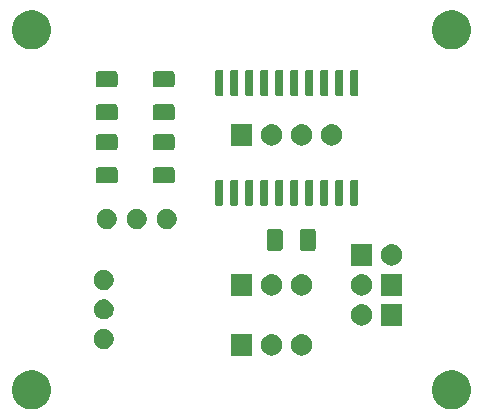
<source format=gbr>
G04 #@! TF.GenerationSoftware,KiCad,Pcbnew,(5.1.5)-3*
G04 #@! TF.CreationDate,2020-07-14T23:55:42-05:00*
G04 #@! TF.ProjectId,VL53L0XSensor,564c3533-4c30-4585-9365-6e736f722e6b,rev?*
G04 #@! TF.SameCoordinates,Original*
G04 #@! TF.FileFunction,Soldermask,Top*
G04 #@! TF.FilePolarity,Negative*
%FSLAX46Y46*%
G04 Gerber Fmt 4.6, Leading zero omitted, Abs format (unit mm)*
G04 Created by KiCad (PCBNEW (5.1.5)-3) date 2020-07-14 23:55:42*
%MOMM*%
%LPD*%
G04 APERTURE LIST*
%ADD10C,0.100000*%
G04 APERTURE END LIST*
D10*
G36*
X152775256Y-89831298D02*
G01*
X152881579Y-89852447D01*
X153182042Y-89976903D01*
X153452451Y-90157585D01*
X153682415Y-90387549D01*
X153863097Y-90657958D01*
X153987553Y-90958421D01*
X154051000Y-91277391D01*
X154051000Y-91602609D01*
X153987553Y-91921579D01*
X153863097Y-92222042D01*
X153682415Y-92492451D01*
X153452451Y-92722415D01*
X153182042Y-92903097D01*
X152881579Y-93027553D01*
X152775256Y-93048702D01*
X152562611Y-93091000D01*
X152237389Y-93091000D01*
X152024744Y-93048702D01*
X151918421Y-93027553D01*
X151617958Y-92903097D01*
X151347549Y-92722415D01*
X151117585Y-92492451D01*
X150936903Y-92222042D01*
X150812447Y-91921579D01*
X150749000Y-91602609D01*
X150749000Y-91277391D01*
X150812447Y-90958421D01*
X150936903Y-90657958D01*
X151117585Y-90387549D01*
X151347549Y-90157585D01*
X151617958Y-89976903D01*
X151918421Y-89852447D01*
X152024744Y-89831298D01*
X152237389Y-89789000D01*
X152562611Y-89789000D01*
X152775256Y-89831298D01*
G37*
G36*
X117215256Y-89831298D02*
G01*
X117321579Y-89852447D01*
X117622042Y-89976903D01*
X117892451Y-90157585D01*
X118122415Y-90387549D01*
X118303097Y-90657958D01*
X118427553Y-90958421D01*
X118491000Y-91277391D01*
X118491000Y-91602609D01*
X118427553Y-91921579D01*
X118303097Y-92222042D01*
X118122415Y-92492451D01*
X117892451Y-92722415D01*
X117622042Y-92903097D01*
X117321579Y-93027553D01*
X117215256Y-93048702D01*
X117002611Y-93091000D01*
X116677389Y-93091000D01*
X116464744Y-93048702D01*
X116358421Y-93027553D01*
X116057958Y-92903097D01*
X115787549Y-92722415D01*
X115557585Y-92492451D01*
X115376903Y-92222042D01*
X115252447Y-91921579D01*
X115189000Y-91602609D01*
X115189000Y-91277391D01*
X115252447Y-90958421D01*
X115376903Y-90657958D01*
X115557585Y-90387549D01*
X115787549Y-90157585D01*
X116057958Y-89976903D01*
X116358421Y-89852447D01*
X116464744Y-89831298D01*
X116677389Y-89789000D01*
X117002611Y-89789000D01*
X117215256Y-89831298D01*
G37*
G36*
X135521000Y-88531000D02*
G01*
X133719000Y-88531000D01*
X133719000Y-86729000D01*
X135521000Y-86729000D01*
X135521000Y-88531000D01*
G37*
G36*
X139813512Y-86733927D02*
G01*
X139962812Y-86763624D01*
X140126784Y-86831544D01*
X140274354Y-86930147D01*
X140399853Y-87055646D01*
X140498456Y-87203216D01*
X140566376Y-87367188D01*
X140601000Y-87541259D01*
X140601000Y-87718741D01*
X140566376Y-87892812D01*
X140498456Y-88056784D01*
X140399853Y-88204354D01*
X140274354Y-88329853D01*
X140126784Y-88428456D01*
X139962812Y-88496376D01*
X139813512Y-88526073D01*
X139788742Y-88531000D01*
X139611258Y-88531000D01*
X139586488Y-88526073D01*
X139437188Y-88496376D01*
X139273216Y-88428456D01*
X139125646Y-88329853D01*
X139000147Y-88204354D01*
X138901544Y-88056784D01*
X138833624Y-87892812D01*
X138799000Y-87718741D01*
X138799000Y-87541259D01*
X138833624Y-87367188D01*
X138901544Y-87203216D01*
X139000147Y-87055646D01*
X139125646Y-86930147D01*
X139273216Y-86831544D01*
X139437188Y-86763624D01*
X139586488Y-86733927D01*
X139611258Y-86729000D01*
X139788742Y-86729000D01*
X139813512Y-86733927D01*
G37*
G36*
X137273512Y-86733927D02*
G01*
X137422812Y-86763624D01*
X137586784Y-86831544D01*
X137734354Y-86930147D01*
X137859853Y-87055646D01*
X137958456Y-87203216D01*
X138026376Y-87367188D01*
X138061000Y-87541259D01*
X138061000Y-87718741D01*
X138026376Y-87892812D01*
X137958456Y-88056784D01*
X137859853Y-88204354D01*
X137734354Y-88329853D01*
X137586784Y-88428456D01*
X137422812Y-88496376D01*
X137273512Y-88526073D01*
X137248742Y-88531000D01*
X137071258Y-88531000D01*
X137046488Y-88526073D01*
X136897188Y-88496376D01*
X136733216Y-88428456D01*
X136585646Y-88329853D01*
X136460147Y-88204354D01*
X136361544Y-88056784D01*
X136293624Y-87892812D01*
X136259000Y-87718741D01*
X136259000Y-87541259D01*
X136293624Y-87367188D01*
X136361544Y-87203216D01*
X136460147Y-87055646D01*
X136585646Y-86930147D01*
X136733216Y-86831544D01*
X136897188Y-86763624D01*
X137046488Y-86733927D01*
X137071258Y-86729000D01*
X137248742Y-86729000D01*
X137273512Y-86733927D01*
G37*
G36*
X123184228Y-86303703D02*
G01*
X123339100Y-86367853D01*
X123478481Y-86460985D01*
X123597015Y-86579519D01*
X123690147Y-86718900D01*
X123754297Y-86873772D01*
X123787000Y-87038184D01*
X123787000Y-87205816D01*
X123754297Y-87370228D01*
X123690147Y-87525100D01*
X123597015Y-87664481D01*
X123478481Y-87783015D01*
X123339100Y-87876147D01*
X123184228Y-87940297D01*
X123019816Y-87973000D01*
X122852184Y-87973000D01*
X122687772Y-87940297D01*
X122532900Y-87876147D01*
X122393519Y-87783015D01*
X122274985Y-87664481D01*
X122181853Y-87525100D01*
X122117703Y-87370228D01*
X122085000Y-87205816D01*
X122085000Y-87038184D01*
X122117703Y-86873772D01*
X122181853Y-86718900D01*
X122274985Y-86579519D01*
X122393519Y-86460985D01*
X122532900Y-86367853D01*
X122687772Y-86303703D01*
X122852184Y-86271000D01*
X123019816Y-86271000D01*
X123184228Y-86303703D01*
G37*
G36*
X144893512Y-84193927D02*
G01*
X145042812Y-84223624D01*
X145206784Y-84291544D01*
X145354354Y-84390147D01*
X145479853Y-84515646D01*
X145578456Y-84663216D01*
X145646376Y-84827188D01*
X145681000Y-85001259D01*
X145681000Y-85178741D01*
X145646376Y-85352812D01*
X145578456Y-85516784D01*
X145479853Y-85664354D01*
X145354354Y-85789853D01*
X145206784Y-85888456D01*
X145042812Y-85956376D01*
X144893512Y-85986073D01*
X144868742Y-85991000D01*
X144691258Y-85991000D01*
X144666488Y-85986073D01*
X144517188Y-85956376D01*
X144353216Y-85888456D01*
X144205646Y-85789853D01*
X144080147Y-85664354D01*
X143981544Y-85516784D01*
X143913624Y-85352812D01*
X143879000Y-85178741D01*
X143879000Y-85001259D01*
X143913624Y-84827188D01*
X143981544Y-84663216D01*
X144080147Y-84515646D01*
X144205646Y-84390147D01*
X144353216Y-84291544D01*
X144517188Y-84223624D01*
X144666488Y-84193927D01*
X144691258Y-84189000D01*
X144868742Y-84189000D01*
X144893512Y-84193927D01*
G37*
G36*
X148221000Y-85991000D02*
G01*
X146419000Y-85991000D01*
X146419000Y-84189000D01*
X148221000Y-84189000D01*
X148221000Y-85991000D01*
G37*
G36*
X123184228Y-83803703D02*
G01*
X123339100Y-83867853D01*
X123478481Y-83960985D01*
X123597015Y-84079519D01*
X123690147Y-84218900D01*
X123754297Y-84373772D01*
X123787000Y-84538184D01*
X123787000Y-84705816D01*
X123754297Y-84870228D01*
X123690147Y-85025100D01*
X123597015Y-85164481D01*
X123478481Y-85283015D01*
X123339100Y-85376147D01*
X123184228Y-85440297D01*
X123019816Y-85473000D01*
X122852184Y-85473000D01*
X122687772Y-85440297D01*
X122532900Y-85376147D01*
X122393519Y-85283015D01*
X122274985Y-85164481D01*
X122181853Y-85025100D01*
X122117703Y-84870228D01*
X122085000Y-84705816D01*
X122085000Y-84538184D01*
X122117703Y-84373772D01*
X122181853Y-84218900D01*
X122274985Y-84079519D01*
X122393519Y-83960985D01*
X122532900Y-83867853D01*
X122687772Y-83803703D01*
X122852184Y-83771000D01*
X123019816Y-83771000D01*
X123184228Y-83803703D01*
G37*
G36*
X135521000Y-83451000D02*
G01*
X133719000Y-83451000D01*
X133719000Y-81649000D01*
X135521000Y-81649000D01*
X135521000Y-83451000D01*
G37*
G36*
X137273512Y-81653927D02*
G01*
X137422812Y-81683624D01*
X137586784Y-81751544D01*
X137734354Y-81850147D01*
X137859853Y-81975646D01*
X137958456Y-82123216D01*
X138026376Y-82287188D01*
X138061000Y-82461259D01*
X138061000Y-82638741D01*
X138026376Y-82812812D01*
X137958456Y-82976784D01*
X137859853Y-83124354D01*
X137734354Y-83249853D01*
X137586784Y-83348456D01*
X137422812Y-83416376D01*
X137273512Y-83446073D01*
X137248742Y-83451000D01*
X137071258Y-83451000D01*
X137046488Y-83446073D01*
X136897188Y-83416376D01*
X136733216Y-83348456D01*
X136585646Y-83249853D01*
X136460147Y-83124354D01*
X136361544Y-82976784D01*
X136293624Y-82812812D01*
X136259000Y-82638741D01*
X136259000Y-82461259D01*
X136293624Y-82287188D01*
X136361544Y-82123216D01*
X136460147Y-81975646D01*
X136585646Y-81850147D01*
X136733216Y-81751544D01*
X136897188Y-81683624D01*
X137046488Y-81653927D01*
X137071258Y-81649000D01*
X137248742Y-81649000D01*
X137273512Y-81653927D01*
G37*
G36*
X139813512Y-81653927D02*
G01*
X139962812Y-81683624D01*
X140126784Y-81751544D01*
X140274354Y-81850147D01*
X140399853Y-81975646D01*
X140498456Y-82123216D01*
X140566376Y-82287188D01*
X140601000Y-82461259D01*
X140601000Y-82638741D01*
X140566376Y-82812812D01*
X140498456Y-82976784D01*
X140399853Y-83124354D01*
X140274354Y-83249853D01*
X140126784Y-83348456D01*
X139962812Y-83416376D01*
X139813512Y-83446073D01*
X139788742Y-83451000D01*
X139611258Y-83451000D01*
X139586488Y-83446073D01*
X139437188Y-83416376D01*
X139273216Y-83348456D01*
X139125646Y-83249853D01*
X139000147Y-83124354D01*
X138901544Y-82976784D01*
X138833624Y-82812812D01*
X138799000Y-82638741D01*
X138799000Y-82461259D01*
X138833624Y-82287188D01*
X138901544Y-82123216D01*
X139000147Y-81975646D01*
X139125646Y-81850147D01*
X139273216Y-81751544D01*
X139437188Y-81683624D01*
X139586488Y-81653927D01*
X139611258Y-81649000D01*
X139788742Y-81649000D01*
X139813512Y-81653927D01*
G37*
G36*
X148221000Y-83451000D02*
G01*
X146419000Y-83451000D01*
X146419000Y-81649000D01*
X148221000Y-81649000D01*
X148221000Y-83451000D01*
G37*
G36*
X144893512Y-81653927D02*
G01*
X145042812Y-81683624D01*
X145206784Y-81751544D01*
X145354354Y-81850147D01*
X145479853Y-81975646D01*
X145578456Y-82123216D01*
X145646376Y-82287188D01*
X145681000Y-82461259D01*
X145681000Y-82638741D01*
X145646376Y-82812812D01*
X145578456Y-82976784D01*
X145479853Y-83124354D01*
X145354354Y-83249853D01*
X145206784Y-83348456D01*
X145042812Y-83416376D01*
X144893512Y-83446073D01*
X144868742Y-83451000D01*
X144691258Y-83451000D01*
X144666488Y-83446073D01*
X144517188Y-83416376D01*
X144353216Y-83348456D01*
X144205646Y-83249853D01*
X144080147Y-83124354D01*
X143981544Y-82976784D01*
X143913624Y-82812812D01*
X143879000Y-82638741D01*
X143879000Y-82461259D01*
X143913624Y-82287188D01*
X143981544Y-82123216D01*
X144080147Y-81975646D01*
X144205646Y-81850147D01*
X144353216Y-81751544D01*
X144517188Y-81683624D01*
X144666488Y-81653927D01*
X144691258Y-81649000D01*
X144868742Y-81649000D01*
X144893512Y-81653927D01*
G37*
G36*
X123184228Y-81303703D02*
G01*
X123339100Y-81367853D01*
X123478481Y-81460985D01*
X123597015Y-81579519D01*
X123690147Y-81718900D01*
X123754297Y-81873772D01*
X123787000Y-82038184D01*
X123787000Y-82205816D01*
X123754297Y-82370228D01*
X123690147Y-82525100D01*
X123597015Y-82664481D01*
X123478481Y-82783015D01*
X123339100Y-82876147D01*
X123184228Y-82940297D01*
X123019816Y-82973000D01*
X122852184Y-82973000D01*
X122687772Y-82940297D01*
X122532900Y-82876147D01*
X122393519Y-82783015D01*
X122274985Y-82664481D01*
X122181853Y-82525100D01*
X122117703Y-82370228D01*
X122085000Y-82205816D01*
X122085000Y-82038184D01*
X122117703Y-81873772D01*
X122181853Y-81718900D01*
X122274985Y-81579519D01*
X122393519Y-81460985D01*
X122532900Y-81367853D01*
X122687772Y-81303703D01*
X122852184Y-81271000D01*
X123019816Y-81271000D01*
X123184228Y-81303703D01*
G37*
G36*
X147433512Y-79113927D02*
G01*
X147582812Y-79143624D01*
X147746784Y-79211544D01*
X147894354Y-79310147D01*
X148019853Y-79435646D01*
X148118456Y-79583216D01*
X148186376Y-79747188D01*
X148221000Y-79921259D01*
X148221000Y-80098741D01*
X148186376Y-80272812D01*
X148118456Y-80436784D01*
X148019853Y-80584354D01*
X147894354Y-80709853D01*
X147746784Y-80808456D01*
X147582812Y-80876376D01*
X147433512Y-80906073D01*
X147408742Y-80911000D01*
X147231258Y-80911000D01*
X147206488Y-80906073D01*
X147057188Y-80876376D01*
X146893216Y-80808456D01*
X146745646Y-80709853D01*
X146620147Y-80584354D01*
X146521544Y-80436784D01*
X146453624Y-80272812D01*
X146419000Y-80098741D01*
X146419000Y-79921259D01*
X146453624Y-79747188D01*
X146521544Y-79583216D01*
X146620147Y-79435646D01*
X146745646Y-79310147D01*
X146893216Y-79211544D01*
X147057188Y-79143624D01*
X147206488Y-79113927D01*
X147231258Y-79109000D01*
X147408742Y-79109000D01*
X147433512Y-79113927D01*
G37*
G36*
X145681000Y-80911000D02*
G01*
X143879000Y-80911000D01*
X143879000Y-79109000D01*
X145681000Y-79109000D01*
X145681000Y-80911000D01*
G37*
G36*
X137926604Y-77818347D02*
G01*
X137963144Y-77829432D01*
X137996821Y-77847433D01*
X138026341Y-77871659D01*
X138050567Y-77901179D01*
X138068568Y-77934856D01*
X138079653Y-77971396D01*
X138084000Y-78015538D01*
X138084000Y-79464462D01*
X138079653Y-79508604D01*
X138068568Y-79545144D01*
X138050567Y-79578821D01*
X138026341Y-79608341D01*
X137996821Y-79632567D01*
X137963144Y-79650568D01*
X137926604Y-79661653D01*
X137882462Y-79666000D01*
X136933538Y-79666000D01*
X136889396Y-79661653D01*
X136852856Y-79650568D01*
X136819179Y-79632567D01*
X136789659Y-79608341D01*
X136765433Y-79578821D01*
X136747432Y-79545144D01*
X136736347Y-79508604D01*
X136732000Y-79464462D01*
X136732000Y-78015538D01*
X136736347Y-77971396D01*
X136747432Y-77934856D01*
X136765433Y-77901179D01*
X136789659Y-77871659D01*
X136819179Y-77847433D01*
X136852856Y-77829432D01*
X136889396Y-77818347D01*
X136933538Y-77814000D01*
X137882462Y-77814000D01*
X137926604Y-77818347D01*
G37*
G36*
X140726604Y-77818347D02*
G01*
X140763144Y-77829432D01*
X140796821Y-77847433D01*
X140826341Y-77871659D01*
X140850567Y-77901179D01*
X140868568Y-77934856D01*
X140879653Y-77971396D01*
X140884000Y-78015538D01*
X140884000Y-79464462D01*
X140879653Y-79508604D01*
X140868568Y-79545144D01*
X140850567Y-79578821D01*
X140826341Y-79608341D01*
X140796821Y-79632567D01*
X140763144Y-79650568D01*
X140726604Y-79661653D01*
X140682462Y-79666000D01*
X139733538Y-79666000D01*
X139689396Y-79661653D01*
X139652856Y-79650568D01*
X139619179Y-79632567D01*
X139589659Y-79608341D01*
X139565433Y-79578821D01*
X139547432Y-79545144D01*
X139536347Y-79508604D01*
X139532000Y-79464462D01*
X139532000Y-78015538D01*
X139536347Y-77971396D01*
X139547432Y-77934856D01*
X139565433Y-77901179D01*
X139589659Y-77871659D01*
X139619179Y-77847433D01*
X139652856Y-77829432D01*
X139689396Y-77818347D01*
X139733538Y-77814000D01*
X140682462Y-77814000D01*
X140726604Y-77818347D01*
G37*
G36*
X128518228Y-76143703D02*
G01*
X128673100Y-76207853D01*
X128812481Y-76300985D01*
X128931015Y-76419519D01*
X129024147Y-76558900D01*
X129088297Y-76713772D01*
X129121000Y-76878184D01*
X129121000Y-77045816D01*
X129088297Y-77210228D01*
X129024147Y-77365100D01*
X128931015Y-77504481D01*
X128812481Y-77623015D01*
X128673100Y-77716147D01*
X128518228Y-77780297D01*
X128353816Y-77813000D01*
X128186184Y-77813000D01*
X128021772Y-77780297D01*
X127866900Y-77716147D01*
X127727519Y-77623015D01*
X127608985Y-77504481D01*
X127515853Y-77365100D01*
X127451703Y-77210228D01*
X127419000Y-77045816D01*
X127419000Y-76878184D01*
X127451703Y-76713772D01*
X127515853Y-76558900D01*
X127608985Y-76419519D01*
X127727519Y-76300985D01*
X127866900Y-76207853D01*
X128021772Y-76143703D01*
X128186184Y-76111000D01*
X128353816Y-76111000D01*
X128518228Y-76143703D01*
G37*
G36*
X125978228Y-76143703D02*
G01*
X126133100Y-76207853D01*
X126272481Y-76300985D01*
X126391015Y-76419519D01*
X126484147Y-76558900D01*
X126548297Y-76713772D01*
X126581000Y-76878184D01*
X126581000Y-77045816D01*
X126548297Y-77210228D01*
X126484147Y-77365100D01*
X126391015Y-77504481D01*
X126272481Y-77623015D01*
X126133100Y-77716147D01*
X125978228Y-77780297D01*
X125813816Y-77813000D01*
X125646184Y-77813000D01*
X125481772Y-77780297D01*
X125326900Y-77716147D01*
X125187519Y-77623015D01*
X125068985Y-77504481D01*
X124975853Y-77365100D01*
X124911703Y-77210228D01*
X124879000Y-77045816D01*
X124879000Y-76878184D01*
X124911703Y-76713772D01*
X124975853Y-76558900D01*
X125068985Y-76419519D01*
X125187519Y-76300985D01*
X125326900Y-76207853D01*
X125481772Y-76143703D01*
X125646184Y-76111000D01*
X125813816Y-76111000D01*
X125978228Y-76143703D01*
G37*
G36*
X123438228Y-76143703D02*
G01*
X123593100Y-76207853D01*
X123732481Y-76300985D01*
X123851015Y-76419519D01*
X123944147Y-76558900D01*
X124008297Y-76713772D01*
X124041000Y-76878184D01*
X124041000Y-77045816D01*
X124008297Y-77210228D01*
X123944147Y-77365100D01*
X123851015Y-77504481D01*
X123732481Y-77623015D01*
X123593100Y-77716147D01*
X123438228Y-77780297D01*
X123273816Y-77813000D01*
X123106184Y-77813000D01*
X122941772Y-77780297D01*
X122786900Y-77716147D01*
X122647519Y-77623015D01*
X122528985Y-77504481D01*
X122435853Y-77365100D01*
X122371703Y-77210228D01*
X122339000Y-77045816D01*
X122339000Y-76878184D01*
X122371703Y-76713772D01*
X122435853Y-76558900D01*
X122528985Y-76419519D01*
X122647519Y-76300985D01*
X122786900Y-76207853D01*
X122941772Y-76143703D01*
X123106184Y-76111000D01*
X123273816Y-76111000D01*
X123438228Y-76143703D01*
G37*
G36*
X139324928Y-73680764D02*
G01*
X139346009Y-73687160D01*
X139365445Y-73697548D01*
X139382476Y-73711524D01*
X139396452Y-73728555D01*
X139406840Y-73747991D01*
X139413236Y-73769072D01*
X139416000Y-73797140D01*
X139416000Y-75710860D01*
X139413236Y-75738928D01*
X139406840Y-75760009D01*
X139396452Y-75779445D01*
X139382476Y-75796476D01*
X139365445Y-75810452D01*
X139346009Y-75820840D01*
X139324928Y-75827236D01*
X139296860Y-75830000D01*
X138833140Y-75830000D01*
X138805072Y-75827236D01*
X138783991Y-75820840D01*
X138764555Y-75810452D01*
X138747524Y-75796476D01*
X138733548Y-75779445D01*
X138723160Y-75760009D01*
X138716764Y-75738928D01*
X138714000Y-75710860D01*
X138714000Y-73797140D01*
X138716764Y-73769072D01*
X138723160Y-73747991D01*
X138733548Y-73728555D01*
X138747524Y-73711524D01*
X138764555Y-73697548D01*
X138783991Y-73687160D01*
X138805072Y-73680764D01*
X138833140Y-73678000D01*
X139296860Y-73678000D01*
X139324928Y-73680764D01*
G37*
G36*
X144404928Y-73680764D02*
G01*
X144426009Y-73687160D01*
X144445445Y-73697548D01*
X144462476Y-73711524D01*
X144476452Y-73728555D01*
X144486840Y-73747991D01*
X144493236Y-73769072D01*
X144496000Y-73797140D01*
X144496000Y-75710860D01*
X144493236Y-75738928D01*
X144486840Y-75760009D01*
X144476452Y-75779445D01*
X144462476Y-75796476D01*
X144445445Y-75810452D01*
X144426009Y-75820840D01*
X144404928Y-75827236D01*
X144376860Y-75830000D01*
X143913140Y-75830000D01*
X143885072Y-75827236D01*
X143863991Y-75820840D01*
X143844555Y-75810452D01*
X143827524Y-75796476D01*
X143813548Y-75779445D01*
X143803160Y-75760009D01*
X143796764Y-75738928D01*
X143794000Y-75710860D01*
X143794000Y-73797140D01*
X143796764Y-73769072D01*
X143803160Y-73747991D01*
X143813548Y-73728555D01*
X143827524Y-73711524D01*
X143844555Y-73697548D01*
X143863991Y-73687160D01*
X143885072Y-73680764D01*
X143913140Y-73678000D01*
X144376860Y-73678000D01*
X144404928Y-73680764D01*
G37*
G36*
X143134928Y-73680764D02*
G01*
X143156009Y-73687160D01*
X143175445Y-73697548D01*
X143192476Y-73711524D01*
X143206452Y-73728555D01*
X143216840Y-73747991D01*
X143223236Y-73769072D01*
X143226000Y-73797140D01*
X143226000Y-75710860D01*
X143223236Y-75738928D01*
X143216840Y-75760009D01*
X143206452Y-75779445D01*
X143192476Y-75796476D01*
X143175445Y-75810452D01*
X143156009Y-75820840D01*
X143134928Y-75827236D01*
X143106860Y-75830000D01*
X142643140Y-75830000D01*
X142615072Y-75827236D01*
X142593991Y-75820840D01*
X142574555Y-75810452D01*
X142557524Y-75796476D01*
X142543548Y-75779445D01*
X142533160Y-75760009D01*
X142526764Y-75738928D01*
X142524000Y-75710860D01*
X142524000Y-73797140D01*
X142526764Y-73769072D01*
X142533160Y-73747991D01*
X142543548Y-73728555D01*
X142557524Y-73711524D01*
X142574555Y-73697548D01*
X142593991Y-73687160D01*
X142615072Y-73680764D01*
X142643140Y-73678000D01*
X143106860Y-73678000D01*
X143134928Y-73680764D01*
G37*
G36*
X140594928Y-73680764D02*
G01*
X140616009Y-73687160D01*
X140635445Y-73697548D01*
X140652476Y-73711524D01*
X140666452Y-73728555D01*
X140676840Y-73747991D01*
X140683236Y-73769072D01*
X140686000Y-73797140D01*
X140686000Y-75710860D01*
X140683236Y-75738928D01*
X140676840Y-75760009D01*
X140666452Y-75779445D01*
X140652476Y-75796476D01*
X140635445Y-75810452D01*
X140616009Y-75820840D01*
X140594928Y-75827236D01*
X140566860Y-75830000D01*
X140103140Y-75830000D01*
X140075072Y-75827236D01*
X140053991Y-75820840D01*
X140034555Y-75810452D01*
X140017524Y-75796476D01*
X140003548Y-75779445D01*
X139993160Y-75760009D01*
X139986764Y-75738928D01*
X139984000Y-75710860D01*
X139984000Y-73797140D01*
X139986764Y-73769072D01*
X139993160Y-73747991D01*
X140003548Y-73728555D01*
X140017524Y-73711524D01*
X140034555Y-73697548D01*
X140053991Y-73687160D01*
X140075072Y-73680764D01*
X140103140Y-73678000D01*
X140566860Y-73678000D01*
X140594928Y-73680764D01*
G37*
G36*
X136784928Y-73680764D02*
G01*
X136806009Y-73687160D01*
X136825445Y-73697548D01*
X136842476Y-73711524D01*
X136856452Y-73728555D01*
X136866840Y-73747991D01*
X136873236Y-73769072D01*
X136876000Y-73797140D01*
X136876000Y-75710860D01*
X136873236Y-75738928D01*
X136866840Y-75760009D01*
X136856452Y-75779445D01*
X136842476Y-75796476D01*
X136825445Y-75810452D01*
X136806009Y-75820840D01*
X136784928Y-75827236D01*
X136756860Y-75830000D01*
X136293140Y-75830000D01*
X136265072Y-75827236D01*
X136243991Y-75820840D01*
X136224555Y-75810452D01*
X136207524Y-75796476D01*
X136193548Y-75779445D01*
X136183160Y-75760009D01*
X136176764Y-75738928D01*
X136174000Y-75710860D01*
X136174000Y-73797140D01*
X136176764Y-73769072D01*
X136183160Y-73747991D01*
X136193548Y-73728555D01*
X136207524Y-73711524D01*
X136224555Y-73697548D01*
X136243991Y-73687160D01*
X136265072Y-73680764D01*
X136293140Y-73678000D01*
X136756860Y-73678000D01*
X136784928Y-73680764D01*
G37*
G36*
X141864928Y-73680764D02*
G01*
X141886009Y-73687160D01*
X141905445Y-73697548D01*
X141922476Y-73711524D01*
X141936452Y-73728555D01*
X141946840Y-73747991D01*
X141953236Y-73769072D01*
X141956000Y-73797140D01*
X141956000Y-75710860D01*
X141953236Y-75738928D01*
X141946840Y-75760009D01*
X141936452Y-75779445D01*
X141922476Y-75796476D01*
X141905445Y-75810452D01*
X141886009Y-75820840D01*
X141864928Y-75827236D01*
X141836860Y-75830000D01*
X141373140Y-75830000D01*
X141345072Y-75827236D01*
X141323991Y-75820840D01*
X141304555Y-75810452D01*
X141287524Y-75796476D01*
X141273548Y-75779445D01*
X141263160Y-75760009D01*
X141256764Y-75738928D01*
X141254000Y-75710860D01*
X141254000Y-73797140D01*
X141256764Y-73769072D01*
X141263160Y-73747991D01*
X141273548Y-73728555D01*
X141287524Y-73711524D01*
X141304555Y-73697548D01*
X141323991Y-73687160D01*
X141345072Y-73680764D01*
X141373140Y-73678000D01*
X141836860Y-73678000D01*
X141864928Y-73680764D01*
G37*
G36*
X134244928Y-73680764D02*
G01*
X134266009Y-73687160D01*
X134285445Y-73697548D01*
X134302476Y-73711524D01*
X134316452Y-73728555D01*
X134326840Y-73747991D01*
X134333236Y-73769072D01*
X134336000Y-73797140D01*
X134336000Y-75710860D01*
X134333236Y-75738928D01*
X134326840Y-75760009D01*
X134316452Y-75779445D01*
X134302476Y-75796476D01*
X134285445Y-75810452D01*
X134266009Y-75820840D01*
X134244928Y-75827236D01*
X134216860Y-75830000D01*
X133753140Y-75830000D01*
X133725072Y-75827236D01*
X133703991Y-75820840D01*
X133684555Y-75810452D01*
X133667524Y-75796476D01*
X133653548Y-75779445D01*
X133643160Y-75760009D01*
X133636764Y-75738928D01*
X133634000Y-75710860D01*
X133634000Y-73797140D01*
X133636764Y-73769072D01*
X133643160Y-73747991D01*
X133653548Y-73728555D01*
X133667524Y-73711524D01*
X133684555Y-73697548D01*
X133703991Y-73687160D01*
X133725072Y-73680764D01*
X133753140Y-73678000D01*
X134216860Y-73678000D01*
X134244928Y-73680764D01*
G37*
G36*
X132974928Y-73680764D02*
G01*
X132996009Y-73687160D01*
X133015445Y-73697548D01*
X133032476Y-73711524D01*
X133046452Y-73728555D01*
X133056840Y-73747991D01*
X133063236Y-73769072D01*
X133066000Y-73797140D01*
X133066000Y-75710860D01*
X133063236Y-75738928D01*
X133056840Y-75760009D01*
X133046452Y-75779445D01*
X133032476Y-75796476D01*
X133015445Y-75810452D01*
X132996009Y-75820840D01*
X132974928Y-75827236D01*
X132946860Y-75830000D01*
X132483140Y-75830000D01*
X132455072Y-75827236D01*
X132433991Y-75820840D01*
X132414555Y-75810452D01*
X132397524Y-75796476D01*
X132383548Y-75779445D01*
X132373160Y-75760009D01*
X132366764Y-75738928D01*
X132364000Y-75710860D01*
X132364000Y-73797140D01*
X132366764Y-73769072D01*
X132373160Y-73747991D01*
X132383548Y-73728555D01*
X132397524Y-73711524D01*
X132414555Y-73697548D01*
X132433991Y-73687160D01*
X132455072Y-73680764D01*
X132483140Y-73678000D01*
X132946860Y-73678000D01*
X132974928Y-73680764D01*
G37*
G36*
X138054928Y-73680764D02*
G01*
X138076009Y-73687160D01*
X138095445Y-73697548D01*
X138112476Y-73711524D01*
X138126452Y-73728555D01*
X138136840Y-73747991D01*
X138143236Y-73769072D01*
X138146000Y-73797140D01*
X138146000Y-75710860D01*
X138143236Y-75738928D01*
X138136840Y-75760009D01*
X138126452Y-75779445D01*
X138112476Y-75796476D01*
X138095445Y-75810452D01*
X138076009Y-75820840D01*
X138054928Y-75827236D01*
X138026860Y-75830000D01*
X137563140Y-75830000D01*
X137535072Y-75827236D01*
X137513991Y-75820840D01*
X137494555Y-75810452D01*
X137477524Y-75796476D01*
X137463548Y-75779445D01*
X137453160Y-75760009D01*
X137446764Y-75738928D01*
X137444000Y-75710860D01*
X137444000Y-73797140D01*
X137446764Y-73769072D01*
X137453160Y-73747991D01*
X137463548Y-73728555D01*
X137477524Y-73711524D01*
X137494555Y-73697548D01*
X137513991Y-73687160D01*
X137535072Y-73680764D01*
X137563140Y-73678000D01*
X138026860Y-73678000D01*
X138054928Y-73680764D01*
G37*
G36*
X135514928Y-73680764D02*
G01*
X135536009Y-73687160D01*
X135555445Y-73697548D01*
X135572476Y-73711524D01*
X135586452Y-73728555D01*
X135596840Y-73747991D01*
X135603236Y-73769072D01*
X135606000Y-73797140D01*
X135606000Y-75710860D01*
X135603236Y-75738928D01*
X135596840Y-75760009D01*
X135586452Y-75779445D01*
X135572476Y-75796476D01*
X135555445Y-75810452D01*
X135536009Y-75820840D01*
X135514928Y-75827236D01*
X135486860Y-75830000D01*
X135023140Y-75830000D01*
X134995072Y-75827236D01*
X134973991Y-75820840D01*
X134954555Y-75810452D01*
X134937524Y-75796476D01*
X134923548Y-75779445D01*
X134913160Y-75760009D01*
X134906764Y-75738928D01*
X134904000Y-75710860D01*
X134904000Y-73797140D01*
X134906764Y-73769072D01*
X134913160Y-73747991D01*
X134923548Y-73728555D01*
X134937524Y-73711524D01*
X134954555Y-73697548D01*
X134973991Y-73687160D01*
X134995072Y-73680764D01*
X135023140Y-73678000D01*
X135486860Y-73678000D01*
X135514928Y-73680764D01*
G37*
G36*
X123958604Y-72610347D02*
G01*
X123995144Y-72621432D01*
X124028821Y-72639433D01*
X124058341Y-72663659D01*
X124082567Y-72693179D01*
X124100568Y-72726856D01*
X124111653Y-72763396D01*
X124116000Y-72807538D01*
X124116000Y-73756462D01*
X124111653Y-73800604D01*
X124100568Y-73837144D01*
X124082567Y-73870821D01*
X124058341Y-73900341D01*
X124028821Y-73924567D01*
X123995144Y-73942568D01*
X123958604Y-73953653D01*
X123914462Y-73958000D01*
X122465538Y-73958000D01*
X122421396Y-73953653D01*
X122384856Y-73942568D01*
X122351179Y-73924567D01*
X122321659Y-73900341D01*
X122297433Y-73870821D01*
X122279432Y-73837144D01*
X122268347Y-73800604D01*
X122264000Y-73756462D01*
X122264000Y-72807538D01*
X122268347Y-72763396D01*
X122279432Y-72726856D01*
X122297433Y-72693179D01*
X122321659Y-72663659D01*
X122351179Y-72639433D01*
X122384856Y-72621432D01*
X122421396Y-72610347D01*
X122465538Y-72606000D01*
X123914462Y-72606000D01*
X123958604Y-72610347D01*
G37*
G36*
X128784604Y-72610347D02*
G01*
X128821144Y-72621432D01*
X128854821Y-72639433D01*
X128884341Y-72663659D01*
X128908567Y-72693179D01*
X128926568Y-72726856D01*
X128937653Y-72763396D01*
X128942000Y-72807538D01*
X128942000Y-73756462D01*
X128937653Y-73800604D01*
X128926568Y-73837144D01*
X128908567Y-73870821D01*
X128884341Y-73900341D01*
X128854821Y-73924567D01*
X128821144Y-73942568D01*
X128784604Y-73953653D01*
X128740462Y-73958000D01*
X127291538Y-73958000D01*
X127247396Y-73953653D01*
X127210856Y-73942568D01*
X127177179Y-73924567D01*
X127147659Y-73900341D01*
X127123433Y-73870821D01*
X127105432Y-73837144D01*
X127094347Y-73800604D01*
X127090000Y-73756462D01*
X127090000Y-72807538D01*
X127094347Y-72763396D01*
X127105432Y-72726856D01*
X127123433Y-72693179D01*
X127147659Y-72663659D01*
X127177179Y-72639433D01*
X127210856Y-72621432D01*
X127247396Y-72610347D01*
X127291538Y-72606000D01*
X128740462Y-72606000D01*
X128784604Y-72610347D01*
G37*
G36*
X128784604Y-69810347D02*
G01*
X128821144Y-69821432D01*
X128854821Y-69839433D01*
X128884341Y-69863659D01*
X128908567Y-69893179D01*
X128926568Y-69926856D01*
X128937653Y-69963396D01*
X128942000Y-70007538D01*
X128942000Y-70956462D01*
X128937653Y-71000604D01*
X128926568Y-71037144D01*
X128908567Y-71070821D01*
X128884341Y-71100341D01*
X128854821Y-71124567D01*
X128821144Y-71142568D01*
X128784604Y-71153653D01*
X128740462Y-71158000D01*
X127291538Y-71158000D01*
X127247396Y-71153653D01*
X127210856Y-71142568D01*
X127177179Y-71124567D01*
X127147659Y-71100341D01*
X127123433Y-71070821D01*
X127105432Y-71037144D01*
X127094347Y-71000604D01*
X127090000Y-70956462D01*
X127090000Y-70007538D01*
X127094347Y-69963396D01*
X127105432Y-69926856D01*
X127123433Y-69893179D01*
X127147659Y-69863659D01*
X127177179Y-69839433D01*
X127210856Y-69821432D01*
X127247396Y-69810347D01*
X127291538Y-69806000D01*
X128740462Y-69806000D01*
X128784604Y-69810347D01*
G37*
G36*
X123958604Y-69810347D02*
G01*
X123995144Y-69821432D01*
X124028821Y-69839433D01*
X124058341Y-69863659D01*
X124082567Y-69893179D01*
X124100568Y-69926856D01*
X124111653Y-69963396D01*
X124116000Y-70007538D01*
X124116000Y-70956462D01*
X124111653Y-71000604D01*
X124100568Y-71037144D01*
X124082567Y-71070821D01*
X124058341Y-71100341D01*
X124028821Y-71124567D01*
X123995144Y-71142568D01*
X123958604Y-71153653D01*
X123914462Y-71158000D01*
X122465538Y-71158000D01*
X122421396Y-71153653D01*
X122384856Y-71142568D01*
X122351179Y-71124567D01*
X122321659Y-71100341D01*
X122297433Y-71070821D01*
X122279432Y-71037144D01*
X122268347Y-71000604D01*
X122264000Y-70956462D01*
X122264000Y-70007538D01*
X122268347Y-69963396D01*
X122279432Y-69926856D01*
X122297433Y-69893179D01*
X122321659Y-69863659D01*
X122351179Y-69839433D01*
X122384856Y-69821432D01*
X122421396Y-69810347D01*
X122465538Y-69806000D01*
X123914462Y-69806000D01*
X123958604Y-69810347D01*
G37*
G36*
X135521000Y-70751000D02*
G01*
X133719000Y-70751000D01*
X133719000Y-68949000D01*
X135521000Y-68949000D01*
X135521000Y-70751000D01*
G37*
G36*
X137273512Y-68953927D02*
G01*
X137422812Y-68983624D01*
X137586784Y-69051544D01*
X137734354Y-69150147D01*
X137859853Y-69275646D01*
X137958456Y-69423216D01*
X138026376Y-69587188D01*
X138061000Y-69761259D01*
X138061000Y-69938741D01*
X138026376Y-70112812D01*
X137958456Y-70276784D01*
X137859853Y-70424354D01*
X137734354Y-70549853D01*
X137586784Y-70648456D01*
X137422812Y-70716376D01*
X137273512Y-70746073D01*
X137248742Y-70751000D01*
X137071258Y-70751000D01*
X137046488Y-70746073D01*
X136897188Y-70716376D01*
X136733216Y-70648456D01*
X136585646Y-70549853D01*
X136460147Y-70424354D01*
X136361544Y-70276784D01*
X136293624Y-70112812D01*
X136259000Y-69938741D01*
X136259000Y-69761259D01*
X136293624Y-69587188D01*
X136361544Y-69423216D01*
X136460147Y-69275646D01*
X136585646Y-69150147D01*
X136733216Y-69051544D01*
X136897188Y-68983624D01*
X137046488Y-68953927D01*
X137071258Y-68949000D01*
X137248742Y-68949000D01*
X137273512Y-68953927D01*
G37*
G36*
X139813512Y-68953927D02*
G01*
X139962812Y-68983624D01*
X140126784Y-69051544D01*
X140274354Y-69150147D01*
X140399853Y-69275646D01*
X140498456Y-69423216D01*
X140566376Y-69587188D01*
X140601000Y-69761259D01*
X140601000Y-69938741D01*
X140566376Y-70112812D01*
X140498456Y-70276784D01*
X140399853Y-70424354D01*
X140274354Y-70549853D01*
X140126784Y-70648456D01*
X139962812Y-70716376D01*
X139813512Y-70746073D01*
X139788742Y-70751000D01*
X139611258Y-70751000D01*
X139586488Y-70746073D01*
X139437188Y-70716376D01*
X139273216Y-70648456D01*
X139125646Y-70549853D01*
X139000147Y-70424354D01*
X138901544Y-70276784D01*
X138833624Y-70112812D01*
X138799000Y-69938741D01*
X138799000Y-69761259D01*
X138833624Y-69587188D01*
X138901544Y-69423216D01*
X139000147Y-69275646D01*
X139125646Y-69150147D01*
X139273216Y-69051544D01*
X139437188Y-68983624D01*
X139586488Y-68953927D01*
X139611258Y-68949000D01*
X139788742Y-68949000D01*
X139813512Y-68953927D01*
G37*
G36*
X142353512Y-68953927D02*
G01*
X142502812Y-68983624D01*
X142666784Y-69051544D01*
X142814354Y-69150147D01*
X142939853Y-69275646D01*
X143038456Y-69423216D01*
X143106376Y-69587188D01*
X143141000Y-69761259D01*
X143141000Y-69938741D01*
X143106376Y-70112812D01*
X143038456Y-70276784D01*
X142939853Y-70424354D01*
X142814354Y-70549853D01*
X142666784Y-70648456D01*
X142502812Y-70716376D01*
X142353512Y-70746073D01*
X142328742Y-70751000D01*
X142151258Y-70751000D01*
X142126488Y-70746073D01*
X141977188Y-70716376D01*
X141813216Y-70648456D01*
X141665646Y-70549853D01*
X141540147Y-70424354D01*
X141441544Y-70276784D01*
X141373624Y-70112812D01*
X141339000Y-69938741D01*
X141339000Y-69761259D01*
X141373624Y-69587188D01*
X141441544Y-69423216D01*
X141540147Y-69275646D01*
X141665646Y-69150147D01*
X141813216Y-69051544D01*
X141977188Y-68983624D01*
X142126488Y-68953927D01*
X142151258Y-68949000D01*
X142328742Y-68949000D01*
X142353512Y-68953927D01*
G37*
G36*
X128784604Y-67276347D02*
G01*
X128821144Y-67287432D01*
X128854821Y-67305433D01*
X128884341Y-67329659D01*
X128908567Y-67359179D01*
X128926568Y-67392856D01*
X128937653Y-67429396D01*
X128942000Y-67473538D01*
X128942000Y-68422462D01*
X128937653Y-68466604D01*
X128926568Y-68503144D01*
X128908567Y-68536821D01*
X128884341Y-68566341D01*
X128854821Y-68590567D01*
X128821144Y-68608568D01*
X128784604Y-68619653D01*
X128740462Y-68624000D01*
X127291538Y-68624000D01*
X127247396Y-68619653D01*
X127210856Y-68608568D01*
X127177179Y-68590567D01*
X127147659Y-68566341D01*
X127123433Y-68536821D01*
X127105432Y-68503144D01*
X127094347Y-68466604D01*
X127090000Y-68422462D01*
X127090000Y-67473538D01*
X127094347Y-67429396D01*
X127105432Y-67392856D01*
X127123433Y-67359179D01*
X127147659Y-67329659D01*
X127177179Y-67305433D01*
X127210856Y-67287432D01*
X127247396Y-67276347D01*
X127291538Y-67272000D01*
X128740462Y-67272000D01*
X128784604Y-67276347D01*
G37*
G36*
X123958604Y-67276347D02*
G01*
X123995144Y-67287432D01*
X124028821Y-67305433D01*
X124058341Y-67329659D01*
X124082567Y-67359179D01*
X124100568Y-67392856D01*
X124111653Y-67429396D01*
X124116000Y-67473538D01*
X124116000Y-68422462D01*
X124111653Y-68466604D01*
X124100568Y-68503144D01*
X124082567Y-68536821D01*
X124058341Y-68566341D01*
X124028821Y-68590567D01*
X123995144Y-68608568D01*
X123958604Y-68619653D01*
X123914462Y-68624000D01*
X122465538Y-68624000D01*
X122421396Y-68619653D01*
X122384856Y-68608568D01*
X122351179Y-68590567D01*
X122321659Y-68566341D01*
X122297433Y-68536821D01*
X122279432Y-68503144D01*
X122268347Y-68466604D01*
X122264000Y-68422462D01*
X122264000Y-67473538D01*
X122268347Y-67429396D01*
X122279432Y-67392856D01*
X122297433Y-67359179D01*
X122321659Y-67329659D01*
X122351179Y-67305433D01*
X122384856Y-67287432D01*
X122421396Y-67276347D01*
X122465538Y-67272000D01*
X123914462Y-67272000D01*
X123958604Y-67276347D01*
G37*
G36*
X140594928Y-64380764D02*
G01*
X140616009Y-64387160D01*
X140635445Y-64397548D01*
X140652476Y-64411524D01*
X140666452Y-64428555D01*
X140676840Y-64447991D01*
X140683236Y-64469072D01*
X140686000Y-64497140D01*
X140686000Y-66410860D01*
X140683236Y-66438928D01*
X140676840Y-66460009D01*
X140666452Y-66479445D01*
X140652476Y-66496476D01*
X140635445Y-66510452D01*
X140616009Y-66520840D01*
X140594928Y-66527236D01*
X140566860Y-66530000D01*
X140103140Y-66530000D01*
X140075072Y-66527236D01*
X140053991Y-66520840D01*
X140034555Y-66510452D01*
X140017524Y-66496476D01*
X140003548Y-66479445D01*
X139993160Y-66460009D01*
X139986764Y-66438928D01*
X139984000Y-66410860D01*
X139984000Y-64497140D01*
X139986764Y-64469072D01*
X139993160Y-64447991D01*
X140003548Y-64428555D01*
X140017524Y-64411524D01*
X140034555Y-64397548D01*
X140053991Y-64387160D01*
X140075072Y-64380764D01*
X140103140Y-64378000D01*
X140566860Y-64378000D01*
X140594928Y-64380764D01*
G37*
G36*
X132974928Y-64380764D02*
G01*
X132996009Y-64387160D01*
X133015445Y-64397548D01*
X133032476Y-64411524D01*
X133046452Y-64428555D01*
X133056840Y-64447991D01*
X133063236Y-64469072D01*
X133066000Y-64497140D01*
X133066000Y-66410860D01*
X133063236Y-66438928D01*
X133056840Y-66460009D01*
X133046452Y-66479445D01*
X133032476Y-66496476D01*
X133015445Y-66510452D01*
X132996009Y-66520840D01*
X132974928Y-66527236D01*
X132946860Y-66530000D01*
X132483140Y-66530000D01*
X132455072Y-66527236D01*
X132433991Y-66520840D01*
X132414555Y-66510452D01*
X132397524Y-66496476D01*
X132383548Y-66479445D01*
X132373160Y-66460009D01*
X132366764Y-66438928D01*
X132364000Y-66410860D01*
X132364000Y-64497140D01*
X132366764Y-64469072D01*
X132373160Y-64447991D01*
X132383548Y-64428555D01*
X132397524Y-64411524D01*
X132414555Y-64397548D01*
X132433991Y-64387160D01*
X132455072Y-64380764D01*
X132483140Y-64378000D01*
X132946860Y-64378000D01*
X132974928Y-64380764D01*
G37*
G36*
X134244928Y-64380764D02*
G01*
X134266009Y-64387160D01*
X134285445Y-64397548D01*
X134302476Y-64411524D01*
X134316452Y-64428555D01*
X134326840Y-64447991D01*
X134333236Y-64469072D01*
X134336000Y-64497140D01*
X134336000Y-66410860D01*
X134333236Y-66438928D01*
X134326840Y-66460009D01*
X134316452Y-66479445D01*
X134302476Y-66496476D01*
X134285445Y-66510452D01*
X134266009Y-66520840D01*
X134244928Y-66527236D01*
X134216860Y-66530000D01*
X133753140Y-66530000D01*
X133725072Y-66527236D01*
X133703991Y-66520840D01*
X133684555Y-66510452D01*
X133667524Y-66496476D01*
X133653548Y-66479445D01*
X133643160Y-66460009D01*
X133636764Y-66438928D01*
X133634000Y-66410860D01*
X133634000Y-64497140D01*
X133636764Y-64469072D01*
X133643160Y-64447991D01*
X133653548Y-64428555D01*
X133667524Y-64411524D01*
X133684555Y-64397548D01*
X133703991Y-64387160D01*
X133725072Y-64380764D01*
X133753140Y-64378000D01*
X134216860Y-64378000D01*
X134244928Y-64380764D01*
G37*
G36*
X135514928Y-64380764D02*
G01*
X135536009Y-64387160D01*
X135555445Y-64397548D01*
X135572476Y-64411524D01*
X135586452Y-64428555D01*
X135596840Y-64447991D01*
X135603236Y-64469072D01*
X135606000Y-64497140D01*
X135606000Y-66410860D01*
X135603236Y-66438928D01*
X135596840Y-66460009D01*
X135586452Y-66479445D01*
X135572476Y-66496476D01*
X135555445Y-66510452D01*
X135536009Y-66520840D01*
X135514928Y-66527236D01*
X135486860Y-66530000D01*
X135023140Y-66530000D01*
X134995072Y-66527236D01*
X134973991Y-66520840D01*
X134954555Y-66510452D01*
X134937524Y-66496476D01*
X134923548Y-66479445D01*
X134913160Y-66460009D01*
X134906764Y-66438928D01*
X134904000Y-66410860D01*
X134904000Y-64497140D01*
X134906764Y-64469072D01*
X134913160Y-64447991D01*
X134923548Y-64428555D01*
X134937524Y-64411524D01*
X134954555Y-64397548D01*
X134973991Y-64387160D01*
X134995072Y-64380764D01*
X135023140Y-64378000D01*
X135486860Y-64378000D01*
X135514928Y-64380764D01*
G37*
G36*
X136784928Y-64380764D02*
G01*
X136806009Y-64387160D01*
X136825445Y-64397548D01*
X136842476Y-64411524D01*
X136856452Y-64428555D01*
X136866840Y-64447991D01*
X136873236Y-64469072D01*
X136876000Y-64497140D01*
X136876000Y-66410860D01*
X136873236Y-66438928D01*
X136866840Y-66460009D01*
X136856452Y-66479445D01*
X136842476Y-66496476D01*
X136825445Y-66510452D01*
X136806009Y-66520840D01*
X136784928Y-66527236D01*
X136756860Y-66530000D01*
X136293140Y-66530000D01*
X136265072Y-66527236D01*
X136243991Y-66520840D01*
X136224555Y-66510452D01*
X136207524Y-66496476D01*
X136193548Y-66479445D01*
X136183160Y-66460009D01*
X136176764Y-66438928D01*
X136174000Y-66410860D01*
X136174000Y-64497140D01*
X136176764Y-64469072D01*
X136183160Y-64447991D01*
X136193548Y-64428555D01*
X136207524Y-64411524D01*
X136224555Y-64397548D01*
X136243991Y-64387160D01*
X136265072Y-64380764D01*
X136293140Y-64378000D01*
X136756860Y-64378000D01*
X136784928Y-64380764D01*
G37*
G36*
X138054928Y-64380764D02*
G01*
X138076009Y-64387160D01*
X138095445Y-64397548D01*
X138112476Y-64411524D01*
X138126452Y-64428555D01*
X138136840Y-64447991D01*
X138143236Y-64469072D01*
X138146000Y-64497140D01*
X138146000Y-66410860D01*
X138143236Y-66438928D01*
X138136840Y-66460009D01*
X138126452Y-66479445D01*
X138112476Y-66496476D01*
X138095445Y-66510452D01*
X138076009Y-66520840D01*
X138054928Y-66527236D01*
X138026860Y-66530000D01*
X137563140Y-66530000D01*
X137535072Y-66527236D01*
X137513991Y-66520840D01*
X137494555Y-66510452D01*
X137477524Y-66496476D01*
X137463548Y-66479445D01*
X137453160Y-66460009D01*
X137446764Y-66438928D01*
X137444000Y-66410860D01*
X137444000Y-64497140D01*
X137446764Y-64469072D01*
X137453160Y-64447991D01*
X137463548Y-64428555D01*
X137477524Y-64411524D01*
X137494555Y-64397548D01*
X137513991Y-64387160D01*
X137535072Y-64380764D01*
X137563140Y-64378000D01*
X138026860Y-64378000D01*
X138054928Y-64380764D01*
G37*
G36*
X139324928Y-64380764D02*
G01*
X139346009Y-64387160D01*
X139365445Y-64397548D01*
X139382476Y-64411524D01*
X139396452Y-64428555D01*
X139406840Y-64447991D01*
X139413236Y-64469072D01*
X139416000Y-64497140D01*
X139416000Y-66410860D01*
X139413236Y-66438928D01*
X139406840Y-66460009D01*
X139396452Y-66479445D01*
X139382476Y-66496476D01*
X139365445Y-66510452D01*
X139346009Y-66520840D01*
X139324928Y-66527236D01*
X139296860Y-66530000D01*
X138833140Y-66530000D01*
X138805072Y-66527236D01*
X138783991Y-66520840D01*
X138764555Y-66510452D01*
X138747524Y-66496476D01*
X138733548Y-66479445D01*
X138723160Y-66460009D01*
X138716764Y-66438928D01*
X138714000Y-66410860D01*
X138714000Y-64497140D01*
X138716764Y-64469072D01*
X138723160Y-64447991D01*
X138733548Y-64428555D01*
X138747524Y-64411524D01*
X138764555Y-64397548D01*
X138783991Y-64387160D01*
X138805072Y-64380764D01*
X138833140Y-64378000D01*
X139296860Y-64378000D01*
X139324928Y-64380764D01*
G37*
G36*
X141864928Y-64380764D02*
G01*
X141886009Y-64387160D01*
X141905445Y-64397548D01*
X141922476Y-64411524D01*
X141936452Y-64428555D01*
X141946840Y-64447991D01*
X141953236Y-64469072D01*
X141956000Y-64497140D01*
X141956000Y-66410860D01*
X141953236Y-66438928D01*
X141946840Y-66460009D01*
X141936452Y-66479445D01*
X141922476Y-66496476D01*
X141905445Y-66510452D01*
X141886009Y-66520840D01*
X141864928Y-66527236D01*
X141836860Y-66530000D01*
X141373140Y-66530000D01*
X141345072Y-66527236D01*
X141323991Y-66520840D01*
X141304555Y-66510452D01*
X141287524Y-66496476D01*
X141273548Y-66479445D01*
X141263160Y-66460009D01*
X141256764Y-66438928D01*
X141254000Y-66410860D01*
X141254000Y-64497140D01*
X141256764Y-64469072D01*
X141263160Y-64447991D01*
X141273548Y-64428555D01*
X141287524Y-64411524D01*
X141304555Y-64397548D01*
X141323991Y-64387160D01*
X141345072Y-64380764D01*
X141373140Y-64378000D01*
X141836860Y-64378000D01*
X141864928Y-64380764D01*
G37*
G36*
X143134928Y-64380764D02*
G01*
X143156009Y-64387160D01*
X143175445Y-64397548D01*
X143192476Y-64411524D01*
X143206452Y-64428555D01*
X143216840Y-64447991D01*
X143223236Y-64469072D01*
X143226000Y-64497140D01*
X143226000Y-66410860D01*
X143223236Y-66438928D01*
X143216840Y-66460009D01*
X143206452Y-66479445D01*
X143192476Y-66496476D01*
X143175445Y-66510452D01*
X143156009Y-66520840D01*
X143134928Y-66527236D01*
X143106860Y-66530000D01*
X142643140Y-66530000D01*
X142615072Y-66527236D01*
X142593991Y-66520840D01*
X142574555Y-66510452D01*
X142557524Y-66496476D01*
X142543548Y-66479445D01*
X142533160Y-66460009D01*
X142526764Y-66438928D01*
X142524000Y-66410860D01*
X142524000Y-64497140D01*
X142526764Y-64469072D01*
X142533160Y-64447991D01*
X142543548Y-64428555D01*
X142557524Y-64411524D01*
X142574555Y-64397548D01*
X142593991Y-64387160D01*
X142615072Y-64380764D01*
X142643140Y-64378000D01*
X143106860Y-64378000D01*
X143134928Y-64380764D01*
G37*
G36*
X144404928Y-64380764D02*
G01*
X144426009Y-64387160D01*
X144445445Y-64397548D01*
X144462476Y-64411524D01*
X144476452Y-64428555D01*
X144486840Y-64447991D01*
X144493236Y-64469072D01*
X144496000Y-64497140D01*
X144496000Y-66410860D01*
X144493236Y-66438928D01*
X144486840Y-66460009D01*
X144476452Y-66479445D01*
X144462476Y-66496476D01*
X144445445Y-66510452D01*
X144426009Y-66520840D01*
X144404928Y-66527236D01*
X144376860Y-66530000D01*
X143913140Y-66530000D01*
X143885072Y-66527236D01*
X143863991Y-66520840D01*
X143844555Y-66510452D01*
X143827524Y-66496476D01*
X143813548Y-66479445D01*
X143803160Y-66460009D01*
X143796764Y-66438928D01*
X143794000Y-66410860D01*
X143794000Y-64497140D01*
X143796764Y-64469072D01*
X143803160Y-64447991D01*
X143813548Y-64428555D01*
X143827524Y-64411524D01*
X143844555Y-64397548D01*
X143863991Y-64387160D01*
X143885072Y-64380764D01*
X143913140Y-64378000D01*
X144376860Y-64378000D01*
X144404928Y-64380764D01*
G37*
G36*
X128784604Y-64476347D02*
G01*
X128821144Y-64487432D01*
X128854821Y-64505433D01*
X128884341Y-64529659D01*
X128908567Y-64559179D01*
X128926568Y-64592856D01*
X128937653Y-64629396D01*
X128942000Y-64673538D01*
X128942000Y-65622462D01*
X128937653Y-65666604D01*
X128926568Y-65703144D01*
X128908567Y-65736821D01*
X128884341Y-65766341D01*
X128854821Y-65790567D01*
X128821144Y-65808568D01*
X128784604Y-65819653D01*
X128740462Y-65824000D01*
X127291538Y-65824000D01*
X127247396Y-65819653D01*
X127210856Y-65808568D01*
X127177179Y-65790567D01*
X127147659Y-65766341D01*
X127123433Y-65736821D01*
X127105432Y-65703144D01*
X127094347Y-65666604D01*
X127090000Y-65622462D01*
X127090000Y-64673538D01*
X127094347Y-64629396D01*
X127105432Y-64592856D01*
X127123433Y-64559179D01*
X127147659Y-64529659D01*
X127177179Y-64505433D01*
X127210856Y-64487432D01*
X127247396Y-64476347D01*
X127291538Y-64472000D01*
X128740462Y-64472000D01*
X128784604Y-64476347D01*
G37*
G36*
X123958604Y-64476347D02*
G01*
X123995144Y-64487432D01*
X124028821Y-64505433D01*
X124058341Y-64529659D01*
X124082567Y-64559179D01*
X124100568Y-64592856D01*
X124111653Y-64629396D01*
X124116000Y-64673538D01*
X124116000Y-65622462D01*
X124111653Y-65666604D01*
X124100568Y-65703144D01*
X124082567Y-65736821D01*
X124058341Y-65766341D01*
X124028821Y-65790567D01*
X123995144Y-65808568D01*
X123958604Y-65819653D01*
X123914462Y-65824000D01*
X122465538Y-65824000D01*
X122421396Y-65819653D01*
X122384856Y-65808568D01*
X122351179Y-65790567D01*
X122321659Y-65766341D01*
X122297433Y-65736821D01*
X122279432Y-65703144D01*
X122268347Y-65666604D01*
X122264000Y-65622462D01*
X122264000Y-64673538D01*
X122268347Y-64629396D01*
X122279432Y-64592856D01*
X122297433Y-64559179D01*
X122321659Y-64529659D01*
X122351179Y-64505433D01*
X122384856Y-64487432D01*
X122421396Y-64476347D01*
X122465538Y-64472000D01*
X123914462Y-64472000D01*
X123958604Y-64476347D01*
G37*
G36*
X152775256Y-59351298D02*
G01*
X152881579Y-59372447D01*
X153182042Y-59496903D01*
X153452451Y-59677585D01*
X153682415Y-59907549D01*
X153863097Y-60177958D01*
X153987553Y-60478421D01*
X154051000Y-60797391D01*
X154051000Y-61122609D01*
X153987553Y-61441579D01*
X153863097Y-61742042D01*
X153682415Y-62012451D01*
X153452451Y-62242415D01*
X153182042Y-62423097D01*
X152881579Y-62547553D01*
X152775256Y-62568702D01*
X152562611Y-62611000D01*
X152237389Y-62611000D01*
X152024744Y-62568702D01*
X151918421Y-62547553D01*
X151617958Y-62423097D01*
X151347549Y-62242415D01*
X151117585Y-62012451D01*
X150936903Y-61742042D01*
X150812447Y-61441579D01*
X150749000Y-61122609D01*
X150749000Y-60797391D01*
X150812447Y-60478421D01*
X150936903Y-60177958D01*
X151117585Y-59907549D01*
X151347549Y-59677585D01*
X151617958Y-59496903D01*
X151918421Y-59372447D01*
X152024744Y-59351298D01*
X152237389Y-59309000D01*
X152562611Y-59309000D01*
X152775256Y-59351298D01*
G37*
G36*
X117215256Y-59351298D02*
G01*
X117321579Y-59372447D01*
X117622042Y-59496903D01*
X117892451Y-59677585D01*
X118122415Y-59907549D01*
X118303097Y-60177958D01*
X118427553Y-60478421D01*
X118491000Y-60797391D01*
X118491000Y-61122609D01*
X118427553Y-61441579D01*
X118303097Y-61742042D01*
X118122415Y-62012451D01*
X117892451Y-62242415D01*
X117622042Y-62423097D01*
X117321579Y-62547553D01*
X117215256Y-62568702D01*
X117002611Y-62611000D01*
X116677389Y-62611000D01*
X116464744Y-62568702D01*
X116358421Y-62547553D01*
X116057958Y-62423097D01*
X115787549Y-62242415D01*
X115557585Y-62012451D01*
X115376903Y-61742042D01*
X115252447Y-61441579D01*
X115189000Y-61122609D01*
X115189000Y-60797391D01*
X115252447Y-60478421D01*
X115376903Y-60177958D01*
X115557585Y-59907549D01*
X115787549Y-59677585D01*
X116057958Y-59496903D01*
X116358421Y-59372447D01*
X116464744Y-59351298D01*
X116677389Y-59309000D01*
X117002611Y-59309000D01*
X117215256Y-59351298D01*
G37*
M02*

</source>
